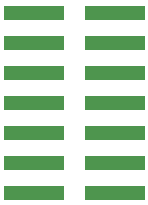
<source format=gbp>
G04 (created by PCBNEW (2013-07-07 BZR 4022)-stable) date 10/25/2016 10:24:25 PM*
%MOIN*%
G04 Gerber Fmt 3.4, Leading zero omitted, Abs format*
%FSLAX34Y34*%
G01*
G70*
G90*
G04 APERTURE LIST*
%ADD10C,0.00590551*%
%ADD11R,0.2X0.05*%
G04 APERTURE END LIST*
G54D10*
G54D11*
X70300Y-49800D03*
X70300Y-50800D03*
X70300Y-51800D03*
X70300Y-52800D03*
X70300Y-53800D03*
X70300Y-54800D03*
X70300Y-55800D03*
X67600Y-55800D03*
X67600Y-54800D03*
X67600Y-53800D03*
X67600Y-52800D03*
X67600Y-51800D03*
X67600Y-50800D03*
X67600Y-49800D03*
M02*

</source>
